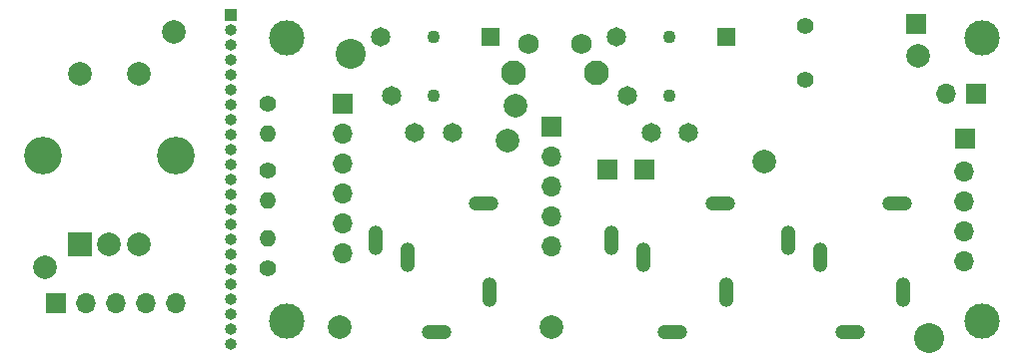
<source format=gbs>
G04 #@! TF.GenerationSoftware,KiCad,Pcbnew,(5.1.0-0)*
G04 #@! TF.CreationDate,2019-04-18T20:26:35-04:00*
G04 #@! TF.ProjectId,ubitx_panel,75626974-785f-4706-916e-656c2e6b6963,0.1*
G04 #@! TF.SameCoordinates,Original*
G04 #@! TF.FileFunction,Soldermask,Bot*
G04 #@! TF.FilePolarity,Negative*
%FSLAX46Y46*%
G04 Gerber Fmt 4.6, Leading zero omitted, Abs format (unit mm)*
G04 Created by KiCad (PCBNEW (5.1.0-0)) date 2019-04-18 20:26:35*
%MOMM*%
%LPD*%
G04 APERTURE LIST*
%ADD10O,1.400000X1.400000*%
%ADD11C,1.400000*%
%ADD12R,1.700000X1.700000*%
%ADD13O,1.700000X1.700000*%
%ADD14C,2.540000*%
%ADD15C,3.000000*%
%ADD16R,1.650000X1.650000*%
%ADD17C,1.650000*%
%ADD18C,1.100000*%
%ADD19O,2.516000X1.258000*%
%ADD20O,1.258000X2.516000*%
%ADD21C,2.000000*%
%ADD22C,3.200000*%
%ADD23R,2.000000X2.000000*%
%ADD24R,1.000000X1.000000*%
%ADD25O,1.000000X1.000000*%
%ADD26C,1.998980*%
%ADD27C,2.100000*%
%ADD28C,1.750000*%
G04 APERTURE END LIST*
D10*
X110926880Y-90609420D03*
D11*
X110926880Y-88069420D03*
D10*
X110926880Y-96324420D03*
D11*
X110926880Y-93784420D03*
D10*
X110926880Y-99499420D03*
D11*
X110926880Y-102039420D03*
D12*
X135000000Y-90000000D03*
D13*
X135000000Y-92540000D03*
X135000000Y-95080000D03*
X135000000Y-97620000D03*
X135000000Y-100160000D03*
D14*
X117932200Y-83820000D03*
X167000000Y-108000000D03*
D15*
X112500000Y-106500000D03*
X112500000Y-82500000D03*
X171500000Y-82500000D03*
X171500000Y-106500000D03*
D16*
X149800000Y-82400000D03*
D17*
X141400000Y-87400000D03*
X146600000Y-90500000D03*
X140500000Y-82400000D03*
D18*
X145000000Y-82400000D03*
X145000000Y-87400000D03*
D17*
X143400000Y-90500000D03*
D12*
X170000000Y-91000000D03*
D13*
X169911880Y-93799420D03*
X169911880Y-96339420D03*
X169911880Y-98879420D03*
X169911880Y-101419420D03*
D19*
X145250000Y-107500000D03*
D20*
X140050000Y-99700000D03*
X142750000Y-101100000D03*
D19*
X149250000Y-96500000D03*
D20*
X149750000Y-104100000D03*
D19*
X160250000Y-107500000D03*
D20*
X155050000Y-99700000D03*
X157750000Y-101100000D03*
D19*
X164250000Y-96500000D03*
D20*
X164750000Y-104100000D03*
D12*
X93000000Y-105000000D03*
D13*
X95540000Y-105000000D03*
X98080000Y-105000000D03*
X100620000Y-105000000D03*
X103160000Y-105000000D03*
D21*
X100000000Y-85500000D03*
X95000000Y-85500000D03*
D22*
X103100000Y-92500000D03*
X91900000Y-92500000D03*
D21*
X100000000Y-100000000D03*
X97500000Y-100000000D03*
D23*
X95000000Y-100000000D03*
D16*
X129800000Y-82400000D03*
D17*
X121400000Y-87400000D03*
X126600000Y-90500000D03*
X120500000Y-82400000D03*
D18*
X125000000Y-82400000D03*
X125000000Y-87400000D03*
D17*
X123400000Y-90500000D03*
D19*
X125250000Y-107500000D03*
D20*
X120050000Y-99700000D03*
X122750000Y-101100000D03*
D19*
X129250000Y-96500000D03*
D20*
X129750000Y-104100000D03*
D24*
X107750000Y-80500000D03*
D25*
X107750000Y-81770000D03*
X107750000Y-83040000D03*
X107750000Y-84310000D03*
X107750000Y-85580000D03*
X107750000Y-86850000D03*
X107750000Y-88120000D03*
X107750000Y-89390000D03*
X107750000Y-90660000D03*
X107750000Y-91930000D03*
X107750000Y-93200000D03*
X107750000Y-94470000D03*
X107750000Y-95740000D03*
X107750000Y-97010000D03*
X107750000Y-98280000D03*
X107750000Y-99550000D03*
X107750000Y-100820000D03*
X107750000Y-102090000D03*
X107750000Y-103360000D03*
X107750000Y-104630000D03*
X107750000Y-105900000D03*
X107750000Y-107170000D03*
X107750000Y-108440000D03*
D26*
X135000000Y-107000000D03*
X131911880Y-88259420D03*
X166000000Y-84000000D03*
X153000000Y-93000000D03*
X103000000Y-82000000D03*
X117000000Y-107000000D03*
D11*
X156500000Y-81509420D03*
X156500000Y-86009420D03*
D26*
X92000000Y-102000000D03*
D12*
X117276880Y-88069420D03*
D13*
X117276880Y-90609420D03*
X117276880Y-93149420D03*
X117276880Y-95689420D03*
X117276880Y-98229420D03*
X117276880Y-100769420D03*
D12*
X170911880Y-87259420D03*
D13*
X168371880Y-87259420D03*
D12*
X142875000Y-93657420D03*
X139700000Y-93657420D03*
X165911880Y-81259420D03*
D26*
X131246880Y-91244420D03*
D27*
X138760000Y-85490000D03*
D28*
X137500000Y-83000000D03*
X133000000Y-83000000D03*
D27*
X131750000Y-85490000D03*
M02*

</source>
